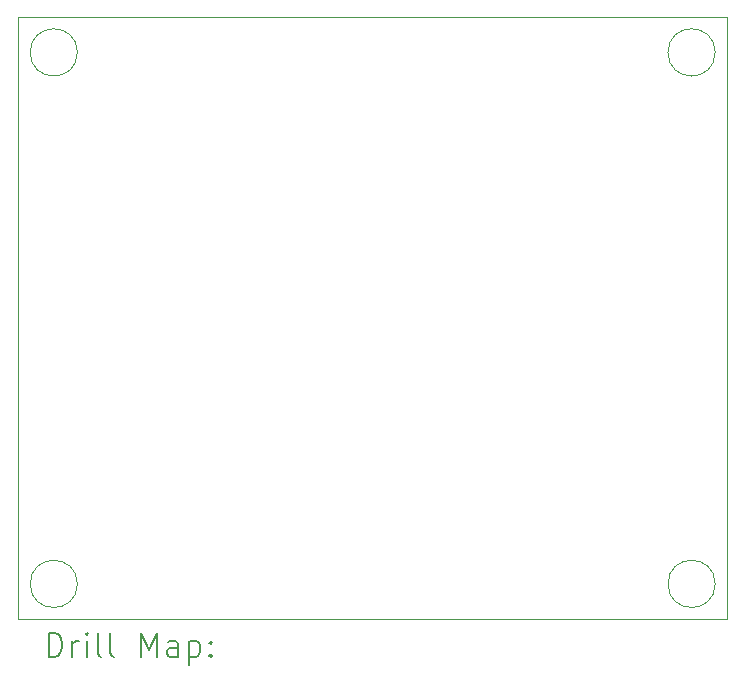
<source format=gbr>
%TF.GenerationSoftware,KiCad,Pcbnew,8.0.0*%
%TF.CreationDate,2024-03-19T09:36:20+03:00*%
%TF.ProjectId,germanium-power-src,6765726d-616e-4697-956d-2d706f776572,rev?*%
%TF.SameCoordinates,Original*%
%TF.FileFunction,Drillmap*%
%TF.FilePolarity,Positive*%
%FSLAX45Y45*%
G04 Gerber Fmt 4.5, Leading zero omitted, Abs format (unit mm)*
G04 Created by KiCad (PCBNEW 8.0.0) date 2024-03-19 09:36:20*
%MOMM*%
%LPD*%
G01*
G04 APERTURE LIST*
%ADD10C,0.100000*%
%ADD11C,0.200000*%
G04 APERTURE END LIST*
D10*
X15900000Y-7250000D02*
X9900000Y-7250000D01*
X15800000Y-7550000D02*
G75*
G02*
X15400000Y-7550000I-200000J0D01*
G01*
X15400000Y-7550000D02*
G75*
G02*
X15800000Y-7550000I200000J0D01*
G01*
X15900000Y-12350000D02*
X15900000Y-7250000D01*
X10400000Y-12050000D02*
G75*
G02*
X10000000Y-12050000I-200000J0D01*
G01*
X10000000Y-12050000D02*
G75*
G02*
X10400000Y-12050000I200000J0D01*
G01*
X15800000Y-12050000D02*
G75*
G02*
X15400000Y-12050000I-200000J0D01*
G01*
X15400000Y-12050000D02*
G75*
G02*
X15800000Y-12050000I200000J0D01*
G01*
X10400000Y-7550000D02*
G75*
G02*
X10000000Y-7550000I-200000J0D01*
G01*
X10000000Y-7550000D02*
G75*
G02*
X10400000Y-7550000I200000J0D01*
G01*
X9900000Y-12350000D02*
X15900000Y-12350000D01*
X9900000Y-7250000D02*
X9900000Y-12350000D01*
D11*
X10155777Y-12666484D02*
X10155777Y-12466484D01*
X10155777Y-12466484D02*
X10203396Y-12466484D01*
X10203396Y-12466484D02*
X10231967Y-12476008D01*
X10231967Y-12476008D02*
X10251015Y-12495055D01*
X10251015Y-12495055D02*
X10260539Y-12514103D01*
X10260539Y-12514103D02*
X10270063Y-12552198D01*
X10270063Y-12552198D02*
X10270063Y-12580769D01*
X10270063Y-12580769D02*
X10260539Y-12618865D01*
X10260539Y-12618865D02*
X10251015Y-12637912D01*
X10251015Y-12637912D02*
X10231967Y-12656960D01*
X10231967Y-12656960D02*
X10203396Y-12666484D01*
X10203396Y-12666484D02*
X10155777Y-12666484D01*
X10355777Y-12666484D02*
X10355777Y-12533150D01*
X10355777Y-12571246D02*
X10365301Y-12552198D01*
X10365301Y-12552198D02*
X10374824Y-12542674D01*
X10374824Y-12542674D02*
X10393872Y-12533150D01*
X10393872Y-12533150D02*
X10412920Y-12533150D01*
X10479586Y-12666484D02*
X10479586Y-12533150D01*
X10479586Y-12466484D02*
X10470063Y-12476008D01*
X10470063Y-12476008D02*
X10479586Y-12485531D01*
X10479586Y-12485531D02*
X10489110Y-12476008D01*
X10489110Y-12476008D02*
X10479586Y-12466484D01*
X10479586Y-12466484D02*
X10479586Y-12485531D01*
X10603396Y-12666484D02*
X10584348Y-12656960D01*
X10584348Y-12656960D02*
X10574824Y-12637912D01*
X10574824Y-12637912D02*
X10574824Y-12466484D01*
X10708158Y-12666484D02*
X10689110Y-12656960D01*
X10689110Y-12656960D02*
X10679586Y-12637912D01*
X10679586Y-12637912D02*
X10679586Y-12466484D01*
X10936729Y-12666484D02*
X10936729Y-12466484D01*
X10936729Y-12466484D02*
X11003396Y-12609341D01*
X11003396Y-12609341D02*
X11070063Y-12466484D01*
X11070063Y-12466484D02*
X11070063Y-12666484D01*
X11251015Y-12666484D02*
X11251015Y-12561722D01*
X11251015Y-12561722D02*
X11241491Y-12542674D01*
X11241491Y-12542674D02*
X11222443Y-12533150D01*
X11222443Y-12533150D02*
X11184348Y-12533150D01*
X11184348Y-12533150D02*
X11165301Y-12542674D01*
X11251015Y-12656960D02*
X11231967Y-12666484D01*
X11231967Y-12666484D02*
X11184348Y-12666484D01*
X11184348Y-12666484D02*
X11165301Y-12656960D01*
X11165301Y-12656960D02*
X11155777Y-12637912D01*
X11155777Y-12637912D02*
X11155777Y-12618865D01*
X11155777Y-12618865D02*
X11165301Y-12599817D01*
X11165301Y-12599817D02*
X11184348Y-12590293D01*
X11184348Y-12590293D02*
X11231967Y-12590293D01*
X11231967Y-12590293D02*
X11251015Y-12580769D01*
X11346253Y-12533150D02*
X11346253Y-12733150D01*
X11346253Y-12542674D02*
X11365301Y-12533150D01*
X11365301Y-12533150D02*
X11403396Y-12533150D01*
X11403396Y-12533150D02*
X11422443Y-12542674D01*
X11422443Y-12542674D02*
X11431967Y-12552198D01*
X11431967Y-12552198D02*
X11441491Y-12571246D01*
X11441491Y-12571246D02*
X11441491Y-12628388D01*
X11441491Y-12628388D02*
X11431967Y-12647436D01*
X11431967Y-12647436D02*
X11422443Y-12656960D01*
X11422443Y-12656960D02*
X11403396Y-12666484D01*
X11403396Y-12666484D02*
X11365301Y-12666484D01*
X11365301Y-12666484D02*
X11346253Y-12656960D01*
X11527205Y-12647436D02*
X11536729Y-12656960D01*
X11536729Y-12656960D02*
X11527205Y-12666484D01*
X11527205Y-12666484D02*
X11517682Y-12656960D01*
X11517682Y-12656960D02*
X11527205Y-12647436D01*
X11527205Y-12647436D02*
X11527205Y-12666484D01*
X11527205Y-12542674D02*
X11536729Y-12552198D01*
X11536729Y-12552198D02*
X11527205Y-12561722D01*
X11527205Y-12561722D02*
X11517682Y-12552198D01*
X11517682Y-12552198D02*
X11527205Y-12542674D01*
X11527205Y-12542674D02*
X11527205Y-12561722D01*
M02*

</source>
